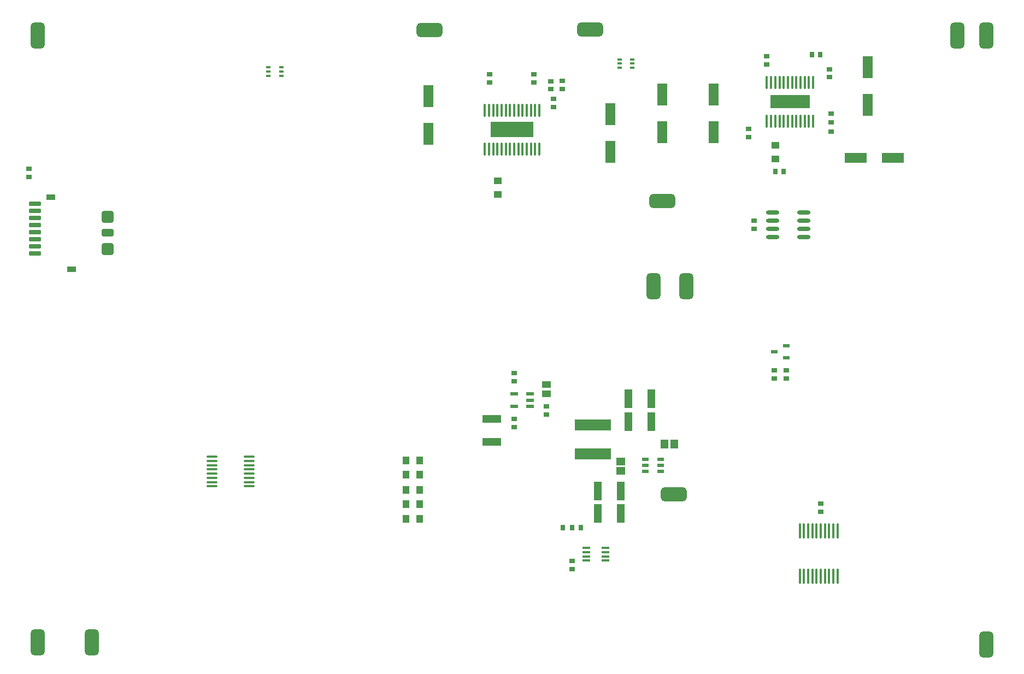
<source format=gtp>
G04*
G04 #@! TF.GenerationSoftware,Altium Limited,Altium Designer,19.0.10 (269)*
G04*
G04 Layer_Color=8421504*
%FSLAX25Y25*%
%MOIN*%
G70*
G01*
G75*
G04:AMPARAMS|DCode=21|XSize=157.48mil|YSize=86.61mil|CornerRadius=21.65mil|HoleSize=0mil|Usage=FLASHONLY|Rotation=180.000|XOffset=0mil|YOffset=0mil|HoleType=Round|Shape=RoundedRectangle|*
%AMROUNDEDRECTD21*
21,1,0.15748,0.04331,0,0,180.0*
21,1,0.11417,0.08661,0,0,180.0*
1,1,0.04331,-0.05709,0.02165*
1,1,0.04331,0.05709,0.02165*
1,1,0.04331,0.05709,-0.02165*
1,1,0.04331,-0.05709,-0.02165*
%
%ADD21ROUNDEDRECTD21*%
%ADD22R,0.03543X0.03150*%
%ADD23R,0.04331X0.04724*%
%ADD24R,0.13780X0.06299*%
G04:AMPARAMS|DCode=25|XSize=27.56mil|YSize=70.87mil|CornerRadius=3.45mil|HoleSize=0mil|Usage=FLASHONLY|Rotation=90.000|XOffset=0mil|YOffset=0mil|HoleType=Round|Shape=RoundedRectangle|*
%AMROUNDEDRECTD25*
21,1,0.02756,0.06398,0,0,90.0*
21,1,0.02067,0.07087,0,0,90.0*
1,1,0.00689,0.03199,0.01034*
1,1,0.00689,0.03199,-0.01034*
1,1,0.00689,-0.03199,-0.01034*
1,1,0.00689,-0.03199,0.01034*
%
%ADD25ROUNDEDRECTD25*%
G04:AMPARAMS|DCode=26|XSize=70.87mil|YSize=70.87mil|CornerRadius=8.86mil|HoleSize=0mil|Usage=FLASHONLY|Rotation=90.000|XOffset=0mil|YOffset=0mil|HoleType=Round|Shape=RoundedRectangle|*
%AMROUNDEDRECTD26*
21,1,0.07087,0.05315,0,0,90.0*
21,1,0.05315,0.07087,0,0,90.0*
1,1,0.01772,0.02657,0.02657*
1,1,0.01772,0.02657,-0.02657*
1,1,0.01772,-0.02657,-0.02657*
1,1,0.01772,-0.02657,0.02657*
%
%ADD26ROUNDEDRECTD26*%
G04:AMPARAMS|DCode=27|XSize=47.24mil|YSize=70.87mil|CornerRadius=5.91mil|HoleSize=0mil|Usage=FLASHONLY|Rotation=90.000|XOffset=0mil|YOffset=0mil|HoleType=Round|Shape=RoundedRectangle|*
%AMROUNDEDRECTD27*
21,1,0.04724,0.05906,0,0,90.0*
21,1,0.03543,0.07087,0,0,90.0*
1,1,0.01181,0.02953,0.01772*
1,1,0.01181,0.02953,-0.01772*
1,1,0.01181,-0.02953,-0.01772*
1,1,0.01181,-0.02953,0.01772*
%
%ADD27ROUNDEDRECTD27*%
G04:AMPARAMS|DCode=28|XSize=35.43mil|YSize=55.12mil|CornerRadius=4.43mil|HoleSize=0mil|Usage=FLASHONLY|Rotation=90.000|XOffset=0mil|YOffset=0mil|HoleType=Round|Shape=RoundedRectangle|*
%AMROUNDEDRECTD28*
21,1,0.03543,0.04626,0,0,90.0*
21,1,0.02657,0.05512,0,0,90.0*
1,1,0.00886,0.02313,0.01329*
1,1,0.00886,0.02313,-0.01329*
1,1,0.00886,-0.02313,-0.01329*
1,1,0.00886,-0.02313,0.01329*
%
%ADD28ROUNDEDRECTD28*%
G04:AMPARAMS|DCode=29|XSize=14.96mil|YSize=47.24mil|CornerRadius=1.65mil|HoleSize=0mil|Usage=FLASHONLY|Rotation=90.000|XOffset=0mil|YOffset=0mil|HoleType=Round|Shape=RoundedRectangle|*
%AMROUNDEDRECTD29*
21,1,0.01496,0.04395,0,0,90.0*
21,1,0.01167,0.04724,0,0,90.0*
1,1,0.00329,0.02198,0.00584*
1,1,0.00329,0.02198,-0.00584*
1,1,0.00329,-0.02198,-0.00584*
1,1,0.00329,-0.02198,0.00584*
%
%ADD29ROUNDEDRECTD29*%
%ADD30R,0.26339X0.09449*%
%ADD31O,0.01378X0.08661*%
%ADD32O,0.01378X0.09449*%
%ADD33R,0.24410X0.07874*%
%ADD34R,0.06299X0.13780*%
%ADD35R,0.04724X0.05709*%
%ADD36R,0.05315X0.04331*%
%ADD37R,0.11417X0.04528*%
%ADD38R,0.22441X0.06693*%
%ADD39R,0.04331X0.02362*%
%ADD40R,0.03347X0.02953*%
%ADD41R,0.05118X0.02165*%
%ADD42O,0.06693X0.01378*%
%ADD43O,0.08071X0.02362*%
%ADD44R,0.03150X0.01181*%
%ADD45R,0.03543X0.02953*%
%ADD46R,0.03347X0.02756*%
%ADD47R,0.03150X0.03543*%
%ADD48R,0.04528X0.11417*%
%ADD49R,0.02756X0.03347*%
%ADD50R,0.05315X0.04528*%
G04:AMPARAMS|DCode=51|XSize=157.48mil|YSize=86.61mil|CornerRadius=21.65mil|HoleSize=0mil|Usage=FLASHONLY|Rotation=90.000|XOffset=0mil|YOffset=0mil|HoleType=Round|Shape=RoundedRectangle|*
%AMROUNDEDRECTD51*
21,1,0.15748,0.04331,0,0,90.0*
21,1,0.11417,0.08661,0,0,90.0*
1,1,0.04331,0.02165,0.05709*
1,1,0.04331,0.02165,-0.05709*
1,1,0.04331,-0.02165,-0.05709*
1,1,0.04331,-0.02165,0.05709*
%
%ADD51ROUNDEDRECTD51*%
%ADD52R,0.04724X0.04331*%
D21*
X589567Y481890D02*
D03*
X545669Y586614D02*
D03*
X596457Y303150D02*
D03*
X447638Y586221D02*
D03*
D22*
X692659Y529921D02*
D03*
Y535433D02*
D03*
Y524409D02*
D03*
X691732Y557579D02*
D03*
Y562500D02*
D03*
X653445Y565453D02*
D03*
Y570374D02*
D03*
X534449Y257382D02*
D03*
Y262303D02*
D03*
X521654Y550197D02*
D03*
Y555118D02*
D03*
X511417Y554419D02*
D03*
Y559340D02*
D03*
X484252Y554419D02*
D03*
Y559340D02*
D03*
X499409Y372111D02*
D03*
Y377032D02*
D03*
Y349063D02*
D03*
Y344142D02*
D03*
X519095Y356756D02*
D03*
Y351835D02*
D03*
X523228Y539272D02*
D03*
Y544193D02*
D03*
D23*
X441535Y314961D02*
D03*
X433268D02*
D03*
Y323819D02*
D03*
X441535D02*
D03*
Y296850D02*
D03*
X433268D02*
D03*
X441535Y305709D02*
D03*
X433268D02*
D03*
X441535Y287992D02*
D03*
X433268D02*
D03*
D24*
X707480Y508268D02*
D03*
X730315D02*
D03*
D25*
X207087Y454291D02*
D03*
Y480276D02*
D03*
Y475945D02*
D03*
Y471614D02*
D03*
Y467283D02*
D03*
Y462953D02*
D03*
Y458622D02*
D03*
Y449961D02*
D03*
D26*
X251181Y472362D02*
D03*
Y452677D02*
D03*
D27*
Y462520D02*
D03*
D28*
X229331Y440191D02*
D03*
X216535Y484173D02*
D03*
D29*
X554921Y270276D02*
D03*
Y267717D02*
D03*
Y265158D02*
D03*
Y262598D02*
D03*
X543307D02*
D03*
Y265158D02*
D03*
Y267717D02*
D03*
Y270276D02*
D03*
D30*
X498032Y525591D02*
D03*
D31*
X481398Y513779D02*
D03*
X483957D02*
D03*
X486516D02*
D03*
X489075D02*
D03*
X491634D02*
D03*
X494193D02*
D03*
X496752D02*
D03*
X499311D02*
D03*
X501870D02*
D03*
X504429D02*
D03*
X506988D02*
D03*
X509547D02*
D03*
X512106D02*
D03*
X514665D02*
D03*
X481398Y537402D02*
D03*
X483957D02*
D03*
X486516D02*
D03*
X489075D02*
D03*
X491634D02*
D03*
X494193D02*
D03*
X496752D02*
D03*
X499311D02*
D03*
X501870D02*
D03*
X504429D02*
D03*
X506988D02*
D03*
X509547D02*
D03*
X512106D02*
D03*
X514665D02*
D03*
X681595Y554331D02*
D03*
X679035D02*
D03*
X676476D02*
D03*
X673917D02*
D03*
X671358D02*
D03*
X668799D02*
D03*
X666240D02*
D03*
X663681D02*
D03*
X661122D02*
D03*
X658563D02*
D03*
X656004D02*
D03*
X653445D02*
D03*
Y530709D02*
D03*
X656004D02*
D03*
X681595D02*
D03*
X679036D02*
D03*
X676476D02*
D03*
X673917D02*
D03*
X671358D02*
D03*
X668799D02*
D03*
X666240D02*
D03*
X663681D02*
D03*
X661122D02*
D03*
X658563D02*
D03*
D32*
X696555Y280512D02*
D03*
X693996D02*
D03*
X691437D02*
D03*
X688878D02*
D03*
X686319D02*
D03*
X683760D02*
D03*
X681201D02*
D03*
X678642D02*
D03*
X676083D02*
D03*
X673524D02*
D03*
X696555Y252953D02*
D03*
X693996D02*
D03*
X691437D02*
D03*
X688878D02*
D03*
X686319D02*
D03*
X683760D02*
D03*
X681201D02*
D03*
X678642D02*
D03*
X676083D02*
D03*
X673524D02*
D03*
D33*
X667520Y542520D02*
D03*
D34*
X714961Y540748D02*
D03*
Y563583D02*
D03*
X589567Y546850D02*
D03*
Y524016D02*
D03*
X621063Y546850D02*
D03*
Y524016D02*
D03*
X558071Y512008D02*
D03*
Y534842D02*
D03*
X447047Y523032D02*
D03*
Y545866D02*
D03*
D35*
X596890Y333661D02*
D03*
X590984D02*
D03*
D36*
X519095Y370000D02*
D03*
Y364236D02*
D03*
D37*
X485532Y335087D02*
D03*
Y349063D02*
D03*
D38*
X547244Y327756D02*
D03*
Y345472D02*
D03*
D39*
X658071Y389961D02*
D03*
X665158Y393701D02*
D03*
Y386221D02*
D03*
X579213Y324478D02*
D03*
Y320738D02*
D03*
Y316998D02*
D03*
X588661D02*
D03*
Y320738D02*
D03*
Y324478D02*
D03*
D40*
X657874Y373622D02*
D03*
Y378543D02*
D03*
X665158D02*
D03*
Y373622D02*
D03*
D41*
X508858Y356756D02*
D03*
Y360496D02*
D03*
Y364236D02*
D03*
X499409D02*
D03*
Y356756D02*
D03*
D42*
X315098Y325856D02*
D03*
Y323297D02*
D03*
Y320738D02*
D03*
Y318179D02*
D03*
Y315620D02*
D03*
Y313061D02*
D03*
Y310502D02*
D03*
X337539Y325856D02*
D03*
Y323297D02*
D03*
Y320738D02*
D03*
Y318179D02*
D03*
Y315620D02*
D03*
Y313061D02*
D03*
Y310502D02*
D03*
X315098Y308002D02*
D03*
X337598D02*
D03*
D43*
X656791Y475020D02*
D03*
Y470020D02*
D03*
Y465020D02*
D03*
Y460020D02*
D03*
X675886Y475020D02*
D03*
Y470020D02*
D03*
Y465020D02*
D03*
Y460020D02*
D03*
D44*
X563543Y563386D02*
D03*
Y565945D02*
D03*
Y568504D02*
D03*
X571417D02*
D03*
Y565945D02*
D03*
Y563386D02*
D03*
X357283Y558465D02*
D03*
Y561024D02*
D03*
Y563583D02*
D03*
X349410D02*
D03*
Y561024D02*
D03*
Y558465D02*
D03*
D45*
X203150Y501673D02*
D03*
Y496752D02*
D03*
X645669Y469980D02*
D03*
Y465059D02*
D03*
X686319Y292382D02*
D03*
Y297303D02*
D03*
D46*
X528740Y550295D02*
D03*
Y555217D02*
D03*
X642126Y520965D02*
D03*
Y525886D02*
D03*
D47*
X685925Y571260D02*
D03*
X681004D02*
D03*
X528937Y282638D02*
D03*
X539961D02*
D03*
X534449D02*
D03*
D48*
X569075Y361221D02*
D03*
X583051D02*
D03*
X569075Y347441D02*
D03*
X583051D02*
D03*
X564350Y305118D02*
D03*
X550374D02*
D03*
X564350Y291339D02*
D03*
X550374D02*
D03*
D49*
X658563Y500000D02*
D03*
X663484D02*
D03*
D50*
X564350Y322933D02*
D03*
Y317224D02*
D03*
D51*
X769488Y582874D02*
D03*
X241535Y212795D02*
D03*
X604331Y430118D02*
D03*
X208661Y582874D02*
D03*
X787402D02*
D03*
Y211299D02*
D03*
X208661Y212677D02*
D03*
X584252Y430118D02*
D03*
D52*
X658465Y507677D02*
D03*
Y515945D02*
D03*
X489173Y486024D02*
D03*
Y494291D02*
D03*
M02*

</source>
